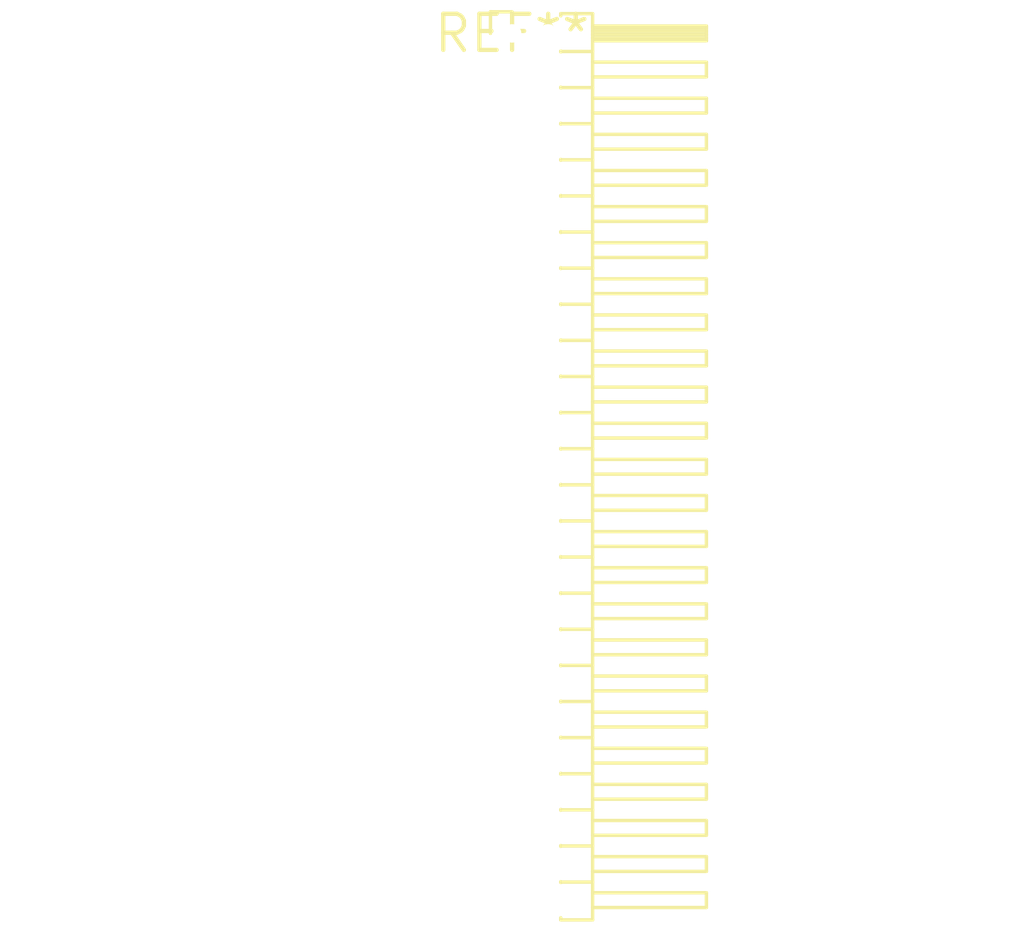
<source format=kicad_pcb>
(kicad_pcb (version 20240108) (generator pcbnew)
  (layers (0 "F.Cu" signal) (31 "B.Cu" signal) (34 "B.Paste" user) (35 "F.Paste" user) (36 "B.SilkS" user "B.Silkscreen") (37 "F.SilkS" user "F.Silkscreen") (38 "B.Mask" user) (39 "F.Mask" user) (44 "Edge.Cuts" user))
  (net 0 "")
  (footprint "PinHeader_2x25_P1.27mm_Horizontal" (layer "F.Cu") (at 0 0)
    (property "Reference" "REF**")
    (property "Value" "PinHeader_2x25_P1.27mm_Horizontal")
    (fp_line (start -0.76 -0.76) (end 0 -0.76) (layer "F.SilkS") (stroke (width 0.12)))
    (fp_line (start -0.76 0) (end -0.76 -0.76) (layer "F.SilkS") (stroke (width 0.12)))
    (fp_line (start 1.71 -0.695) (end 2.83 -0.695) (layer "F.SilkS") (stroke (width 0.12)))
    (fp_line (start 1.71 -0.619677) (end 1.71 -0.695) (layer "F.SilkS") (stroke (width 0.12)))
    (fp_line (start 1.71 0.619677) (end 1.71 0.650323) (layer "F.SilkS") (stroke (width 0.12)))
    (fp_line (start 1.71 0.635) (end 2.83 0.635) (layer "F.SilkS") (stroke (width 0.12)))
    (fp_line (start 1.71 1.889677) (end 1.71 1.920323) (layer "F.SilkS") (stroke (width 0.12)))
    (fp_line (start 1.71 1.905) (end 2.83 1.905) (layer "F.SilkS") (stroke (width 0.12)))
    (fp_line (start 1.71 3.159677) (end 1.71 3.190323) (layer "F.SilkS") (stroke (width 0.12)))
    (fp_line (start 1.71 3.175) (end 2.83 3.175) (layer "F.SilkS") (stroke (width 0.12)))
    (fp_line (start 1.71 4.429677) (end 1.71 4.460323) (layer "F.SilkS") (stroke (width 0.12)))
    (fp_line (start 1.71 4.445) (end 2.83 4.445) (layer "F.SilkS") (stroke (width 0.12)))
    (fp_line (start 1.71 5.699677) (end 1.71 5.730323) (layer "F.SilkS") (stroke (width 0.12)))
    (fp_line (start 1.71 5.715) (end 2.83 5.715) (layer "F.SilkS") (stroke (width 0.12)))
    (fp_line (start 1.71 6.969677) (end 1.71 7.000323) (layer "F.SilkS") (stroke (width 0.12)))
    (fp_line (start 1.71 6.985) (end 2.83 6.985) (layer "F.SilkS") (stroke (width 0.12)))
    (fp_line (start 1.71 8.239677) (end 1.71 8.270323) (layer "F.SilkS") (stroke (width 0.12)))
    (fp_line (start 1.71 8.255) (end 2.83 8.255) (layer "F.SilkS") (stroke (width 0.12)))
    (fp_line (start 1.71 9.509677) (end 1.71 9.540323) (layer "F.SilkS") (stroke (width 0.12)))
    (fp_line (start 1.71 9.525) (end 2.83 9.525) (layer "F.SilkS") (stroke (width 0.12)))
    (fp_line (start 1.71 10.779677) (end 1.71 10.810323) (layer "F.SilkS") (stroke (width 0.12)))
    (fp_line (start 1.71 10.795) (end 2.83 10.795) (layer "F.SilkS") (stroke (width 0.12)))
    (fp_line (start 1.71 12.049677) (end 1.71 12.080323) (layer "F.SilkS") (stroke (width 0.12)))
    (fp_line (start 1.71 12.065) (end 2.83 12.065) (layer "F.SilkS") (stroke (width 0.12)))
    (fp_line (start 1.71 13.319677) (end 1.71 13.350323) (layer "F.SilkS") (stroke (width 0.12)))
    (fp_line (start 1.71 13.335) (end 2.83 13.335) (layer "F.SilkS") (stroke (width 0.12)))
    (fp_line (start 1.71 14.589677) (end 1.71 14.620323) (layer "F.SilkS") (stroke (width 0.12)))
    (fp_line (start 1.71 14.605) (end 2.83 14.605) (layer "F.SilkS") (stroke (width 0.12)))
    (fp_line (start 1.71 15.859677) (end 1.71 15.890323) (layer "F.SilkS") (stroke (width 0.12)))
    (fp_line (start 1.71 15.875) (end 2.83 15.875) (layer "F.SilkS") (stroke (width 0.12)))
    (fp_line (start 1.71 17.129677) (end 1.71 17.160323) (layer "F.SilkS") (stroke (width 0.12)))
    (fp_line (start 1.71 17.145) (end 2.83 17.145) (layer "F.SilkS") (stroke (width 0.12)))
    (fp_line (start 1.71 18.399677) (end 1.71 18.430323) (layer "F.SilkS") (stroke (width 0.12)))
    (fp_line (start 1.71 18.415) (end 2.83 18.415) (layer "F.SilkS") (stroke (width 0.12)))
    (fp_line (start 1.71 19.669677) (end 1.71 19.700323) (layer "F.SilkS") (stroke (width 0.12)))
    (fp_line (start 1.71 19.685) (end 2.83 19.685) (layer "F.SilkS") (stroke (width 0.12)))
    (fp_line (start 1.71 20.939677) (end 1.71 20.970323) (layer "F.SilkS") (stroke (width 0.12)))
    (fp_line (start 1.71 20.955) (end 2.83 20.955) (layer "F.SilkS") (stroke (width 0.12)))
    (fp_line (start 1.71 22.209677) (end 1.71 22.240323) (layer "F.SilkS") (stroke (width 0.12)))
    (fp_line (start 1.71 22.225) (end 2.83 22.225) (layer "F.SilkS") (stroke (width 0.12)))
    (fp_line (start 1.71 23.479677) (end 1.71 23.510323) (layer "F.SilkS") (stroke (width 0.12)))
    (fp_line (start 1.71 23.495) (end 2.83 23.495) (layer "F.SilkS") (stroke (width 0.12)))
    (fp_line (start 1.71 24.749677) (end 1.71 24.780323) (layer "F.SilkS") (stroke (width 0.12)))
    (fp_line (start 1.71 24.765) (end 2.83 24.765) (layer "F.SilkS") (stroke (width 0.12)))
    (fp_line (start 1.71 26.019677) (end 1.71 26.050323) (layer "F.SilkS") (stroke (width 0.12)))
    (fp_line (start 1.71 26.035) (end 2.83 26.035) (layer "F.SilkS") (stroke (width 0.12)))
    (fp_line (start 1.71 27.289677) (end 1.71 27.320323) (layer "F.SilkS") (stroke (width 0.12)))
    (fp_line (start 1.71 27.305) (end 2.83 27.305) (layer "F.SilkS") (stroke (width 0.12)))
    (fp_line (start 1.71 28.559677) (end 1.71 28.590323) (layer "F.SilkS") (stroke (width 0.12)))
    (fp_line (start 1.71 28.575) (end 2.83 28.575) (layer "F.SilkS") (stroke (width 0.12)))
    (fp_line (start 1.71 29.829677) (end 1.71 29.860323) (layer "F.SilkS") (stroke (width 0.12)))
    (fp_line (start 1.71 29.845) (end 2.83 29.845) (layer "F.SilkS") (stroke (width 0.12)))
    (fp_line (start 1.71 31.175) (end 1.71 31.099677) (layer "F.SilkS") (stroke (width 0.12)))
    (fp_line (start 2.83 -0.695) (end 2.83 31.175) (layer "F.SilkS") (stroke (width 0.12)))
    (fp_line (start 2.83 -0.26) (end 6.83 -0.26) (layer "F.SilkS") (stroke (width 0.12)))
    (fp_line (start 2.83 -0.2) (end 6.83 -0.2) (layer "F.SilkS") (stroke (width 0.12)))
    (fp_line (start 2.83 -0.08) (end 6.83 -0.08) (layer "F.SilkS") (stroke (width 0.12)))
    (fp_line (start 2.83 0.04) (end 6.83 0.04) (layer "F.SilkS") (stroke (width 0.12)))
    (fp_line (start 2.83 0.16) (end 6.83 0.16) (layer "F.SilkS") (stroke (width 0.12)))
    (fp_line (start 2.83 1.01) (end 6.83 1.01) (layer "F.SilkS") (stroke (width 0.12)))
    (fp_line (start 2.83 2.28) (end 6.83 2.28) (layer "F.SilkS") (stroke (width 0.12)))
    (fp_line (start 2.83 3.55) (end 6.83 3.55) (layer "F.SilkS") (stroke (width 0.12)))
    (fp_line (start 2.83 4.82) (end 6.83 4.82) (layer "F.SilkS") (stroke (width 0.12)))
    (fp_line (start 2.83 6.09) (end 6.83 6.09) (layer "F.SilkS") (stroke (width 0.12)))
    (fp_line (start 2.83 7.36) (end 6.83 7.36) (layer "F.SilkS") (stroke (width 0.12)))
    (fp_line (start 2.83 8.63) (end 6.83 8.63) (layer "F.SilkS") (stroke (width 0.12)))
    (fp_line (start 2.83 9.9) (end 6.83 9.9) (layer "F.SilkS") (stroke (width 0.12)))
    (fp_line (start 2.83 11.17) (end 6.83 11.17) (layer "F.SilkS") (stroke (width 0.12)))
    (fp_line (start 2.83 12.44) (end 6.83 12.44) (layer "F.SilkS") (stroke (width 0.12)))
    (fp_line (start 2.83 13.71) (end 6.83 13.71) (layer "F.SilkS") (stroke (width 0.12)))
    (fp_line (start 2.83 14.98) (end 6.83 14.98) (layer "F.SilkS") (stroke (width 0.12)))
    (fp_line (start 2.83 16.25) (end 6.83 16.25) (layer "F.SilkS") (stroke (width 0.12)))
    (fp_line (start 2.83 17.52) (end 6.83 17.52) (layer "F.SilkS") (stroke (width 0.12)))
    (fp_line (start 2.83 18.79) (end 6.83 18.79) (layer "F.SilkS") (stroke (width 0.12)))
    (fp_line (start 2.83 20.06) (end 6.83 20.06) (layer "F.SilkS") (stroke (width 0.12)))
    (fp_line (start 2.83 21.33) (end 6.83 21.33) (layer "F.SilkS") (stroke (width 0.12)))
    (fp_line (start 2.83 22.6) (end 6.83 22.6) (layer "F.SilkS") (stroke (width 0.12)))
    (fp_line (start 2.83 23.87) (end 6.83 23.87) (layer "F.SilkS") (stroke (width 0.12)))
    (fp_line (start 2.83 25.14) (end 6.83 25.14) (layer "F.SilkS") (stroke (width 0.12)))
    (fp_line (start 2.83 26.41) (end 6.83 26.41) (layer "F.SilkS") (stroke (width 0.12)))
    (fp_line (start 2.83 27.68) (end 6.83 27.68) (layer "F.SilkS") (stroke (width 0.12)))
    (fp_line (start 2.83 28.95) (end 6.83 28.95) (layer "F.SilkS") (stroke (width 0.12)))
    (fp_line (start 2.83 30.22) (end 6.83 30.22) (layer "F.SilkS") (stroke (width 0.12)))
    (fp_line (start 2.83 31.175) (end 1.71 31.175) (layer "F.SilkS") (stroke (width 0.12)))
    (fp_line (start 6.83 -0.26) (end 6.83 0.26) (layer "F.SilkS") (stroke (width 0.12)))
    (fp_line (start 6.83 0.26) (end 2.83 0.26) (layer "F.SilkS") (stroke (width 0.12)))
    (fp_line (start 6.83 1.01) (end 6.83 1.53) (layer "F.SilkS") (stroke (width 0.12)))
    (fp_line (start 6.83 1.53) (end 2.83 1.53) (layer "F.SilkS") (stroke (width 0.12)))
    (fp_line (start 6.83 2.28) (end 6.83 2.8) (layer "F.SilkS") (stroke (width 0.12)))
    (fp_line (start 6.83 2.8) (end 2.83 2.8) (layer "F.SilkS") (stroke (width 0.12)))
    (fp_line (start 6.83 3.55) (end 6.83 4.07) (layer "F.SilkS") (stroke (width 0.12)))
    (fp_line (start 6.83 4.07) (end 2.83 4.07) (layer "F.SilkS") (stroke (width 0.12)))
    (fp_line (start 6.83 4.82) (end 6.83 5.34) (layer "F.SilkS") (stroke (width 0.12)))
    (fp_line (start 6.83 5.34) (end 2.83 5.34) (layer "F.SilkS") (stroke (width 0.12)))
    (fp_line (start 6.83 6.09) (end 6.83 6.61) (layer "F.SilkS") (stroke (width 0.12)))
    (fp_line (start 6.83 6.61) (end 2.83 6.61) (layer "F.SilkS") (stroke (width 0.12)))
    (fp_line (start 6.83 7.36) (end 6.83 7.88) (layer "F.SilkS") (stroke (width 0.12)))
    (fp_line (start 6.83 7.88) (end 2.83 7.88) (layer "F.SilkS") (stroke (width 0.12)))
    (fp_line (start 6.83 8.63) (end 6.83 9.15) (layer "F.SilkS") (stroke (width 0.12)))
    (fp_line (start 6.83 9.15) (end 2.83 9.15) (layer "F.SilkS") (stroke (width 0.12)))
    (fp_line (start 6.83 9.9) (end 6.83 10.42) (layer "F.SilkS") (stroke (width 0.12)))
    (fp_line (start 6.83 10.42) (end 2.83 10.42) (layer "F.SilkS") (stroke (width 0.12)))
    (fp_line (start 6.83 11.17) (end 6.83 11.69) (layer "F.SilkS") (stroke (width 0.12)))
    (fp_line (start 6.83 11.69) (end 2.83 11.69) (layer "F.SilkS") (stroke (width 0.12)))
    (fp_line (start 6.83 12.44) (end 6.83 12.96) (layer "F.SilkS") (stroke (width 0.12)))
    (fp_line (start 6.83 12.96) (end 2.83 12.96) (layer "F.SilkS") (stroke (width 0.12)))
    (fp_line (start 6.83 13.71) (end 6.83 14.23) (layer "F.SilkS") (stroke (width 0.12)))
    (fp_line (start 6.83 14.23) (end 2.83 14.23) (layer "F.SilkS") (stroke (width 0.12)))
    (fp_line (start 6.83 14.98) (end 6.83 15.5) (layer "F.SilkS") (stroke (width 0.12)))
    (fp_line (start 6.83 15.5) (end 2.83 15.5) (layer "F.SilkS") (stroke (width 0.12)))
    (fp_line (start 6.83 16.25) (end 6.83 16.77) (layer "F.SilkS") (stroke (width 0.12)))
    (fp_line (start 6.83 16.77) (end 2.83 16.77) (layer "F.SilkS") (stroke (width 0.12)))
    (fp_line (start 6.83 17.52) (end 6.83 18.04) (layer "F.SilkS") (stroke (width 0.12)))
    (fp_line (start 6.83 18.04) (end 2.83 18.04) (layer "F.SilkS") (stroke (width 0.12)))
    (fp_line (start 6.83 18.79) (end 6.83 19.31) (layer "F.SilkS") (stroke (width 0.12)))
    (fp_line (start 6.83 19.31) (end 2.83 19.31) (layer "F.SilkS") (stroke (width 0.12)))
    (fp_line (start 6.83 20.06) (end 6.83 20.58) (layer "F.SilkS") (stroke (width 0.12)))
    (fp_line (start 6.83 20.58) (end 2.83 20.58) (layer "F.SilkS") (stroke (width 0.12)))
    (fp_line (start 6.83 21.33) (end 6.83 21.85) (layer "F.SilkS") (stroke (width 0.12)))
    (fp_line (start 6.83 21.85) (end 2.83 21.85) (layer "F.SilkS") (stroke (width 0.12)))
    (fp_line (start 6.83 22.6) (end 6.83 23.12) (layer "F.SilkS") (stroke (width 0.12)))
    (fp_line (start 6.83 23.12) (end 2.83 23.12) (layer "F.SilkS") (stroke (width 0.12)))
    (fp_line (start 6.83 23.87) (end 6.83 24.39) (layer "F.SilkS") (stroke (width 0.12)))
    (fp_line (start 6.83 24.39) (end 2.83 24.39) (layer "F.SilkS") (stroke (width 0.12)))
    (fp_line (start 6.83 25.14) (end 6.83 25.66) (layer "F.SilkS") (stroke (width 0.12)))
    (fp_line (start 6.83 25.66) (end 2.83 25.66) (layer "F.SilkS") (stroke (width 0.12)))
    (fp_line (start 6.83 26.41) (end 6.83 26.93) (layer "F.SilkS") (stroke (width 0.12)))
    (fp_line (start 6.83 26.93) (end 2.83 26.93) (layer "F.SilkS") (stroke (width 0.12)))
    (fp_line (start 6.83 27.68) (end 6.83 28.2) (layer "F.SilkS") (stroke (width 0.12)))
    (fp_line (start 6.83 28.2) (end 2.83 28.2) (layer "F.SilkS") (stroke (width 0.12)))
    (fp_line (start 6.83 28.95) (end 6.83 29.47) (layer "F.SilkS") (stroke (width 0.12)))
    (fp_line (start 6.83 29.47) (end 2.83 29.47) (layer "F.SilkS") (stroke (width 0.12)))
    (fp_line (start 6.83 30.22) (end 6.83 30.74) (layer "F.SilkS") (stroke (width 0.12)))
    (fp_line (start 6.83 30.74) (end 2.83 30.74) (layer "F.SilkS") (stroke (width 0.12)))
    (pad "1" thru_hole rect (at 0 0) (size 1 1) (drill 0.65) (layers *.Cu *.Mask) (remove_unused_layers))
    (pad "2" thru_hole oval (at 1.27 0) (size 1 1) (drill 0.65) (layers *.Cu *.Mask) (remove_unused_layers))
    (pad "3" thru_hole oval (at 0 1.27) (size 1 1) (drill 0.65) (layers *.Cu *.Mask) (remove_unused_layers))
    (pad "4" thru_hole oval (at 1.27 1.27) (size 1 1) (drill 0.65) (layers *.Cu *.Mask) (remove_unused_layers))
    (pad "5" thru_hole oval (at 0 2.54) (size 1 1) (drill 0.65) (layers *.Cu *.Mask) (remove_unused_layers))
    (pad "6" thru_hole oval (at 1.27 2.54) (size 1 1) (drill 0.65) (layers *.Cu *.Mask) (remove_unused_layers))
    (pad "7" thru_hole oval (at 0 3.81) (size 1 1) (drill 0.65) (layers *.Cu *.Mask) (remove_unused_layers))
    (pad "8" thru_hole oval (at 1.27 3.81) (size 1 1) (drill 0.65) (layers *.Cu *.Mask) (remove_unused_layers))
    (pad "9" thru_hole oval (at 0 5.08) (size 1 1) (drill 0.65) (layers *.Cu *.Mask) (remove_unused_layers))
    (pad "10" thru_hole oval (at 1.27 5.08) (size 1 1) (drill 0.65) (layers *.Cu *.Mask) (remove_unused_layers))
    (pad "11" thru_hole oval (at 0 6.35) (size 1 1) (drill 0.65) (layers *.Cu *.Mask) (remove_unused_layers))
    (pad "12" thru_hole oval (at 1.27 6.35) (size 1 1) (drill 0.65) (layers *.Cu *.Mask) (remove_unused_layers))
    (pad "13" thru_hole oval (at 0 7.62) (size 1 1) (drill 0.65) (layers *.Cu *.Mask) (remove_unused_layers))
    (pad "14" thru_hole oval (at 1.27 7.62) (size 1 1) (drill 0.65) (layers *.Cu *.Mask) (remove_unused_layers))
    (pad "15" thru_hole oval (at 0 8.89) (size 1 1) (drill 0.65) (layers *.Cu *.Mask) (remove_unused_layers))
    (pad "16" thru_hole oval (at 1.27 8.89) (size 1 1) (drill 0.65) (layers *.Cu *.Mask) (remove_unused_layers))
    (pad "17" thru_hole oval (at 0 10.16) (size 1 1) (drill 0.65) (layers *.Cu *.Mask) (remove_unused_layers))
    (pad "18" thru_hole oval (at 1.27 10.16) (size 1 1) (drill 0.65) (layers *.Cu *.Mask) (remove_unused_layers))
    (pad "19" thru_hole oval (at 0 11.43) (size 1 1) (drill 0.65) (layers *.Cu *.Mask) (remove_unused_layers))
    (pad "20" thru_hole oval (at 1.27 11.43) (size 1 1) (drill 0.65) (layers *.Cu *.Mask) (remove_unused_layers))
    (pad "21" thru_hole oval (at 0 12.7) (size 1 1) (drill 0.65) (layers *.Cu *.Mask) (remove_unused_layers))
    (pad "22" thru_hole oval (at 1.27 12.7) (size 1 1) (drill 0.65) (layers *.Cu *.Mask) (remove_unused_layers))
    (pad "23" thru_hole oval (at 0 13.97) (size 1 1) (drill 0.65) (layers *.Cu *.Mask) (remove_unused_layers))
    (pad "24" thru_hole oval (at 1.27 13.97) (size 1 1) (drill 0.65) (layers *.Cu *.Mask) (remove_unused_layers))
    (pad "25" thru_hole oval (at 0 15.24) (size 1 1) (drill 0.65) (layers *.Cu *.Mask) (remove_unused_layers))
    (pad "26" thru_hole oval (at 1.27 15.24) (size 1 1) (drill 0.65) (layers *.Cu *.Mask) (remove_unused_layers))
    (pad "27" thru_hole oval (at 0 16.51) (size 1 1) (drill 0.65) (layers *.Cu *.Mask) (remove_unused_layers))
    (pad "28" thru_hole oval (at 1.27 16.51) (size 1 1) (drill 0.65) (layers *.Cu *.Mask) (remove_unused_layers))
    (pad "29" thru_hole oval (at 0 17.78) (size 1 1) (drill 0.65) (layers *.Cu *.Mask) (remove_unused_layers))
    (pad "30" thru_hole oval (at 1.27 17.78) (size 1 1) (drill 0.65) (layers *.Cu *.Mask) (remove_unused_layers))
    (pad "31" thru_hole oval (at 0 19.05) (size 1 1) (drill 0.65) (layers *.Cu *.Mask) (remove_unused_layers))
    (pad "32" thru_hole oval (at 1.27 19.05) (size 1 1) (drill 0.65) (layers *.Cu *.Mask) (remove_unused_layers))
    (pad "33" thru_hole oval (at 0 20.32) (size 1 1) (drill 0.65) (layers *.Cu *.Mask) (remove_unused_layers))
    (pad "34" thru_hole oval (at 1.27 20.32) (size 1 1) (drill 0.65) (layers *.Cu *.Mask) (remove_unused_layers))
    (pad "35" thru_hole oval (at 0 21.59) (size 1 1) (drill 0.65) (layers *.Cu *.Mask) (remove_unused_layers))
    (pad "36" thru_hole oval (at 1.27 21.59) (size 1 1) (drill 0.65) (layers *.Cu *.Mask) (remove_unused_layers))
    (pad "37" thru_hole oval (at 0 22.86) (size 1 1) (drill 0.65) (layers *.Cu *.Mask) (remove_unused_layers))
    (pad "38" thru_hole oval (at 1.27 22.86) (size 1 1) (drill 0.65) (layers *.Cu *.Mask) (remove_unused_layers))
    (pad "39" thru_hole oval (at 0 24.13) (size 1 1) (drill 0.65) (layers *.Cu *.Mask) (remove_unused_layers))
    (pad "40" thru_hole oval (at 1.27 24.13) (size 1 1) (drill 0.65) (layers *.Cu *.Mask) (remove_unused_layers))
    (pad "41" thru_hole oval (at 0 25.4) (size 1 1) (drill 0.65) (layers *.Cu *.Mask) (remove_unused_layers))
    (pad "42" thru_hole oval (at 1.27 25.4) (size 1 1) (drill 0.65) (layers *.Cu *.Mask) (remove_unused_layers))
    (pad "43" thru_hole oval (at 0 26.67) (size 1 1) (drill 0.65) (layers *.Cu *.Mask) (remove_unused_layers))
    (pad "44" thru_hole oval (at 1.27 26.67) (size 1 1) (drill 0.65) (layers *.Cu *.Mask) (remove_unused_layers))
    (pad "45" thru_hole oval (at 0 27.94) (size 1 1) (drill 0.65) (layers *.Cu *.Mask) (remove_unused_layers))
    (pad "46" thru_hole oval (at 1.27 27.94) (size 1 1) (drill 0.65) (layers *.Cu *.Mask) (remove_unused_layers))
    (pad "47" thru_hole oval (at 0 29.21) (size 1 1) (drill 0.65) (layers *.Cu *.Mask) (remove_unused_layers))
    (pad "48" thru_hole oval (at 1.27 29.21) (size 1 1) (drill 0.65) (layers *.Cu *.Mask) (remove_unused_layers))
    (pad "49" thru_hole oval (at 0 30.48) (size 1 1) (drill 0.65) (layers *.Cu *.Mask) (remove_unused_layers))
    (pad "50" thru_hole oval (at 1.27 30.48) (size 1 1) (drill 0.65) (layers *.Cu *.Mask) (remove_unused_layers))
  )
)
</source>
